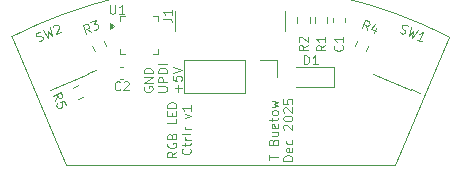
<source format=gbr>
%TF.GenerationSoftware,KiCad,Pcbnew,9.0.5*%
%TF.CreationDate,2025-12-07T22:15:23-05:00*%
%TF.ProjectId,Control_PCB,436f6e74-726f-46c5-9f50-43422e6b6963,rev?*%
%TF.SameCoordinates,Original*%
%TF.FileFunction,Legend,Top*%
%TF.FilePolarity,Positive*%
%FSLAX46Y46*%
G04 Gerber Fmt 4.6, Leading zero omitted, Abs format (unit mm)*
G04 Created by KiCad (PCBNEW 9.0.5) date 2025-12-07 22:15:23*
%MOMM*%
%LPD*%
G01*
G04 APERTURE LIST*
%ADD10C,0.095250*%
%ADD11C,0.120000*%
%TA.AperFunction,Profile*%
%ADD12C,0.100000*%
%TD*%
G04 APERTURE END LIST*
D10*
X142695071Y-67856764D02*
X142658785Y-67929336D01*
X142658785Y-67929336D02*
X142658785Y-68038193D01*
X142658785Y-68038193D02*
X142695071Y-68147050D01*
X142695071Y-68147050D02*
X142767642Y-68219621D01*
X142767642Y-68219621D02*
X142840214Y-68255907D01*
X142840214Y-68255907D02*
X142985357Y-68292193D01*
X142985357Y-68292193D02*
X143094214Y-68292193D01*
X143094214Y-68292193D02*
X143239357Y-68255907D01*
X143239357Y-68255907D02*
X143311928Y-68219621D01*
X143311928Y-68219621D02*
X143384500Y-68147050D01*
X143384500Y-68147050D02*
X143420785Y-68038193D01*
X143420785Y-68038193D02*
X143420785Y-67965621D01*
X143420785Y-67965621D02*
X143384500Y-67856764D01*
X143384500Y-67856764D02*
X143348214Y-67820478D01*
X143348214Y-67820478D02*
X143094214Y-67820478D01*
X143094214Y-67820478D02*
X143094214Y-67965621D01*
X143420785Y-67493907D02*
X142658785Y-67493907D01*
X142658785Y-67493907D02*
X143420785Y-67058478D01*
X143420785Y-67058478D02*
X142658785Y-67058478D01*
X143420785Y-66695621D02*
X142658785Y-66695621D01*
X142658785Y-66695621D02*
X142658785Y-66514192D01*
X142658785Y-66514192D02*
X142695071Y-66405335D01*
X142695071Y-66405335D02*
X142767642Y-66332764D01*
X142767642Y-66332764D02*
X142840214Y-66296478D01*
X142840214Y-66296478D02*
X142985357Y-66260192D01*
X142985357Y-66260192D02*
X143094214Y-66260192D01*
X143094214Y-66260192D02*
X143239357Y-66296478D01*
X143239357Y-66296478D02*
X143311928Y-66332764D01*
X143311928Y-66332764D02*
X143384500Y-66405335D01*
X143384500Y-66405335D02*
X143420785Y-66514192D01*
X143420785Y-66514192D02*
X143420785Y-66695621D01*
X143885562Y-68255907D02*
X144502419Y-68255907D01*
X144502419Y-68255907D02*
X144574991Y-68219621D01*
X144574991Y-68219621D02*
X144611277Y-68183336D01*
X144611277Y-68183336D02*
X144647562Y-68110764D01*
X144647562Y-68110764D02*
X144647562Y-67965621D01*
X144647562Y-67965621D02*
X144611277Y-67893050D01*
X144611277Y-67893050D02*
X144574991Y-67856764D01*
X144574991Y-67856764D02*
X144502419Y-67820478D01*
X144502419Y-67820478D02*
X143885562Y-67820478D01*
X144647562Y-67457621D02*
X143885562Y-67457621D01*
X143885562Y-67457621D02*
X143885562Y-67167335D01*
X143885562Y-67167335D02*
X143921848Y-67094764D01*
X143921848Y-67094764D02*
X143958134Y-67058478D01*
X143958134Y-67058478D02*
X144030705Y-67022192D01*
X144030705Y-67022192D02*
X144139562Y-67022192D01*
X144139562Y-67022192D02*
X144212134Y-67058478D01*
X144212134Y-67058478D02*
X144248419Y-67094764D01*
X144248419Y-67094764D02*
X144284705Y-67167335D01*
X144284705Y-67167335D02*
X144284705Y-67457621D01*
X144647562Y-66695621D02*
X143885562Y-66695621D01*
X143885562Y-66695621D02*
X143885562Y-66514192D01*
X143885562Y-66514192D02*
X143921848Y-66405335D01*
X143921848Y-66405335D02*
X143994419Y-66332764D01*
X143994419Y-66332764D02*
X144066991Y-66296478D01*
X144066991Y-66296478D02*
X144212134Y-66260192D01*
X144212134Y-66260192D02*
X144320991Y-66260192D01*
X144320991Y-66260192D02*
X144466134Y-66296478D01*
X144466134Y-66296478D02*
X144538705Y-66332764D01*
X144538705Y-66332764D02*
X144611277Y-66405335D01*
X144611277Y-66405335D02*
X144647562Y-66514192D01*
X144647562Y-66514192D02*
X144647562Y-66695621D01*
X144647562Y-65933621D02*
X143885562Y-65933621D01*
X145584054Y-68255907D02*
X145584054Y-67675336D01*
X145874339Y-67965621D02*
X145293768Y-67965621D01*
X145112339Y-66949621D02*
X145112339Y-67312478D01*
X145112339Y-67312478D02*
X145475196Y-67348764D01*
X145475196Y-67348764D02*
X145438911Y-67312478D01*
X145438911Y-67312478D02*
X145402625Y-67239907D01*
X145402625Y-67239907D02*
X145402625Y-67058478D01*
X145402625Y-67058478D02*
X145438911Y-66985907D01*
X145438911Y-66985907D02*
X145475196Y-66949621D01*
X145475196Y-66949621D02*
X145547768Y-66913335D01*
X145547768Y-66913335D02*
X145729196Y-66913335D01*
X145729196Y-66913335D02*
X145801768Y-66949621D01*
X145801768Y-66949621D02*
X145838054Y-66985907D01*
X145838054Y-66985907D02*
X145874339Y-67058478D01*
X145874339Y-67058478D02*
X145874339Y-67239907D01*
X145874339Y-67239907D02*
X145838054Y-67312478D01*
X145838054Y-67312478D02*
X145801768Y-67348764D01*
X145112339Y-66695621D02*
X145874339Y-66441621D01*
X145874339Y-66441621D02*
X145112339Y-66187621D01*
X145434174Y-73350570D02*
X145071317Y-73604570D01*
X145434174Y-73785999D02*
X144672174Y-73785999D01*
X144672174Y-73785999D02*
X144672174Y-73495713D01*
X144672174Y-73495713D02*
X144708460Y-73423142D01*
X144708460Y-73423142D02*
X144744746Y-73386856D01*
X144744746Y-73386856D02*
X144817317Y-73350570D01*
X144817317Y-73350570D02*
X144926174Y-73350570D01*
X144926174Y-73350570D02*
X144998746Y-73386856D01*
X144998746Y-73386856D02*
X145035031Y-73423142D01*
X145035031Y-73423142D02*
X145071317Y-73495713D01*
X145071317Y-73495713D02*
X145071317Y-73785999D01*
X144708460Y-72624856D02*
X144672174Y-72697428D01*
X144672174Y-72697428D02*
X144672174Y-72806285D01*
X144672174Y-72806285D02*
X144708460Y-72915142D01*
X144708460Y-72915142D02*
X144781031Y-72987713D01*
X144781031Y-72987713D02*
X144853603Y-73023999D01*
X144853603Y-73023999D02*
X144998746Y-73060285D01*
X144998746Y-73060285D02*
X145107603Y-73060285D01*
X145107603Y-73060285D02*
X145252746Y-73023999D01*
X145252746Y-73023999D02*
X145325317Y-72987713D01*
X145325317Y-72987713D02*
X145397889Y-72915142D01*
X145397889Y-72915142D02*
X145434174Y-72806285D01*
X145434174Y-72806285D02*
X145434174Y-72733713D01*
X145434174Y-72733713D02*
X145397889Y-72624856D01*
X145397889Y-72624856D02*
X145361603Y-72588570D01*
X145361603Y-72588570D02*
X145107603Y-72588570D01*
X145107603Y-72588570D02*
X145107603Y-72733713D01*
X145035031Y-72007999D02*
X145071317Y-71899142D01*
X145071317Y-71899142D02*
X145107603Y-71862856D01*
X145107603Y-71862856D02*
X145180174Y-71826570D01*
X145180174Y-71826570D02*
X145289031Y-71826570D01*
X145289031Y-71826570D02*
X145361603Y-71862856D01*
X145361603Y-71862856D02*
X145397889Y-71899142D01*
X145397889Y-71899142D02*
X145434174Y-71971713D01*
X145434174Y-71971713D02*
X145434174Y-72261999D01*
X145434174Y-72261999D02*
X144672174Y-72261999D01*
X144672174Y-72261999D02*
X144672174Y-72007999D01*
X144672174Y-72007999D02*
X144708460Y-71935428D01*
X144708460Y-71935428D02*
X144744746Y-71899142D01*
X144744746Y-71899142D02*
X144817317Y-71862856D01*
X144817317Y-71862856D02*
X144889889Y-71862856D01*
X144889889Y-71862856D02*
X144962460Y-71899142D01*
X144962460Y-71899142D02*
X144998746Y-71935428D01*
X144998746Y-71935428D02*
X145035031Y-72007999D01*
X145035031Y-72007999D02*
X145035031Y-72261999D01*
X145434174Y-70556571D02*
X145434174Y-70919428D01*
X145434174Y-70919428D02*
X144672174Y-70919428D01*
X145035031Y-70302571D02*
X145035031Y-70048571D01*
X145434174Y-69939714D02*
X145434174Y-70302571D01*
X145434174Y-70302571D02*
X144672174Y-70302571D01*
X144672174Y-70302571D02*
X144672174Y-69939714D01*
X145434174Y-69613142D02*
X144672174Y-69613142D01*
X144672174Y-69613142D02*
X144672174Y-69431713D01*
X144672174Y-69431713D02*
X144708460Y-69322856D01*
X144708460Y-69322856D02*
X144781031Y-69250285D01*
X144781031Y-69250285D02*
X144853603Y-69213999D01*
X144853603Y-69213999D02*
X144998746Y-69177713D01*
X144998746Y-69177713D02*
X145107603Y-69177713D01*
X145107603Y-69177713D02*
X145252746Y-69213999D01*
X145252746Y-69213999D02*
X145325317Y-69250285D01*
X145325317Y-69250285D02*
X145397889Y-69322856D01*
X145397889Y-69322856D02*
X145434174Y-69431713D01*
X145434174Y-69431713D02*
X145434174Y-69613142D01*
X146588380Y-73096570D02*
X146624666Y-73132856D01*
X146624666Y-73132856D02*
X146660951Y-73241713D01*
X146660951Y-73241713D02*
X146660951Y-73314285D01*
X146660951Y-73314285D02*
X146624666Y-73423142D01*
X146624666Y-73423142D02*
X146552094Y-73495713D01*
X146552094Y-73495713D02*
X146479523Y-73531999D01*
X146479523Y-73531999D02*
X146334380Y-73568285D01*
X146334380Y-73568285D02*
X146225523Y-73568285D01*
X146225523Y-73568285D02*
X146080380Y-73531999D01*
X146080380Y-73531999D02*
X146007808Y-73495713D01*
X146007808Y-73495713D02*
X145935237Y-73423142D01*
X145935237Y-73423142D02*
X145898951Y-73314285D01*
X145898951Y-73314285D02*
X145898951Y-73241713D01*
X145898951Y-73241713D02*
X145935237Y-73132856D01*
X145935237Y-73132856D02*
X145971523Y-73096570D01*
X146152951Y-72878856D02*
X146152951Y-72588570D01*
X145898951Y-72769999D02*
X146552094Y-72769999D01*
X146552094Y-72769999D02*
X146624666Y-72733713D01*
X146624666Y-72733713D02*
X146660951Y-72661142D01*
X146660951Y-72661142D02*
X146660951Y-72588570D01*
X146660951Y-72334570D02*
X146152951Y-72334570D01*
X146298094Y-72334570D02*
X146225523Y-72298284D01*
X146225523Y-72298284D02*
X146189237Y-72261999D01*
X146189237Y-72261999D02*
X146152951Y-72189427D01*
X146152951Y-72189427D02*
X146152951Y-72116856D01*
X146660951Y-71753999D02*
X146624666Y-71826570D01*
X146624666Y-71826570D02*
X146552094Y-71862856D01*
X146552094Y-71862856D02*
X145898951Y-71862856D01*
X146660951Y-71463713D02*
X146152951Y-71463713D01*
X146298094Y-71463713D02*
X146225523Y-71427427D01*
X146225523Y-71427427D02*
X146189237Y-71391142D01*
X146189237Y-71391142D02*
X146152951Y-71318570D01*
X146152951Y-71318570D02*
X146152951Y-71245999D01*
X146152951Y-70483999D02*
X146660951Y-70302571D01*
X146660951Y-70302571D02*
X146152951Y-70121142D01*
X146660951Y-69431714D02*
X146660951Y-69867143D01*
X146660951Y-69649428D02*
X145898951Y-69649428D01*
X145898951Y-69649428D02*
X146007808Y-69722000D01*
X146007808Y-69722000D02*
X146080380Y-69794571D01*
X146080380Y-69794571D02*
X146116666Y-69867143D01*
X153272174Y-74021857D02*
X153272174Y-73586429D01*
X154034174Y-73804143D02*
X153272174Y-73804143D01*
X153635031Y-72497858D02*
X153671317Y-72389001D01*
X153671317Y-72389001D02*
X153707603Y-72352715D01*
X153707603Y-72352715D02*
X153780174Y-72316429D01*
X153780174Y-72316429D02*
X153889031Y-72316429D01*
X153889031Y-72316429D02*
X153961603Y-72352715D01*
X153961603Y-72352715D02*
X153997889Y-72389001D01*
X153997889Y-72389001D02*
X154034174Y-72461572D01*
X154034174Y-72461572D02*
X154034174Y-72751858D01*
X154034174Y-72751858D02*
X153272174Y-72751858D01*
X153272174Y-72751858D02*
X153272174Y-72497858D01*
X153272174Y-72497858D02*
X153308460Y-72425287D01*
X153308460Y-72425287D02*
X153344746Y-72389001D01*
X153344746Y-72389001D02*
X153417317Y-72352715D01*
X153417317Y-72352715D02*
X153489889Y-72352715D01*
X153489889Y-72352715D02*
X153562460Y-72389001D01*
X153562460Y-72389001D02*
X153598746Y-72425287D01*
X153598746Y-72425287D02*
X153635031Y-72497858D01*
X153635031Y-72497858D02*
X153635031Y-72751858D01*
X153526174Y-71663287D02*
X154034174Y-71663287D01*
X153526174Y-71989858D02*
X153925317Y-71989858D01*
X153925317Y-71989858D02*
X153997889Y-71953572D01*
X153997889Y-71953572D02*
X154034174Y-71881001D01*
X154034174Y-71881001D02*
X154034174Y-71772144D01*
X154034174Y-71772144D02*
X153997889Y-71699572D01*
X153997889Y-71699572D02*
X153961603Y-71663287D01*
X153997889Y-71010143D02*
X154034174Y-71082715D01*
X154034174Y-71082715D02*
X154034174Y-71227858D01*
X154034174Y-71227858D02*
X153997889Y-71300429D01*
X153997889Y-71300429D02*
X153925317Y-71336715D01*
X153925317Y-71336715D02*
X153635031Y-71336715D01*
X153635031Y-71336715D02*
X153562460Y-71300429D01*
X153562460Y-71300429D02*
X153526174Y-71227858D01*
X153526174Y-71227858D02*
X153526174Y-71082715D01*
X153526174Y-71082715D02*
X153562460Y-71010143D01*
X153562460Y-71010143D02*
X153635031Y-70973858D01*
X153635031Y-70973858D02*
X153707603Y-70973858D01*
X153707603Y-70973858D02*
X153780174Y-71336715D01*
X153526174Y-70756143D02*
X153526174Y-70465857D01*
X153272174Y-70647286D02*
X153925317Y-70647286D01*
X153925317Y-70647286D02*
X153997889Y-70611000D01*
X153997889Y-70611000D02*
X154034174Y-70538429D01*
X154034174Y-70538429D02*
X154034174Y-70465857D01*
X154034174Y-70103000D02*
X153997889Y-70175571D01*
X153997889Y-70175571D02*
X153961603Y-70211857D01*
X153961603Y-70211857D02*
X153889031Y-70248143D01*
X153889031Y-70248143D02*
X153671317Y-70248143D01*
X153671317Y-70248143D02*
X153598746Y-70211857D01*
X153598746Y-70211857D02*
X153562460Y-70175571D01*
X153562460Y-70175571D02*
X153526174Y-70103000D01*
X153526174Y-70103000D02*
X153526174Y-69994143D01*
X153526174Y-69994143D02*
X153562460Y-69921571D01*
X153562460Y-69921571D02*
X153598746Y-69885286D01*
X153598746Y-69885286D02*
X153671317Y-69849000D01*
X153671317Y-69849000D02*
X153889031Y-69849000D01*
X153889031Y-69849000D02*
X153961603Y-69885286D01*
X153961603Y-69885286D02*
X153997889Y-69921571D01*
X153997889Y-69921571D02*
X154034174Y-69994143D01*
X154034174Y-69994143D02*
X154034174Y-70103000D01*
X153526174Y-69594999D02*
X154034174Y-69449857D01*
X154034174Y-69449857D02*
X153671317Y-69304714D01*
X153671317Y-69304714D02*
X154034174Y-69159571D01*
X154034174Y-69159571D02*
X153526174Y-69014428D01*
X155260951Y-74094427D02*
X154498951Y-74094427D01*
X154498951Y-74094427D02*
X154498951Y-73912998D01*
X154498951Y-73912998D02*
X154535237Y-73804141D01*
X154535237Y-73804141D02*
X154607808Y-73731570D01*
X154607808Y-73731570D02*
X154680380Y-73695284D01*
X154680380Y-73695284D02*
X154825523Y-73658998D01*
X154825523Y-73658998D02*
X154934380Y-73658998D01*
X154934380Y-73658998D02*
X155079523Y-73695284D01*
X155079523Y-73695284D02*
X155152094Y-73731570D01*
X155152094Y-73731570D02*
X155224666Y-73804141D01*
X155224666Y-73804141D02*
X155260951Y-73912998D01*
X155260951Y-73912998D02*
X155260951Y-74094427D01*
X155224666Y-73042141D02*
X155260951Y-73114713D01*
X155260951Y-73114713D02*
X155260951Y-73259856D01*
X155260951Y-73259856D02*
X155224666Y-73332427D01*
X155224666Y-73332427D02*
X155152094Y-73368713D01*
X155152094Y-73368713D02*
X154861808Y-73368713D01*
X154861808Y-73368713D02*
X154789237Y-73332427D01*
X154789237Y-73332427D02*
X154752951Y-73259856D01*
X154752951Y-73259856D02*
X154752951Y-73114713D01*
X154752951Y-73114713D02*
X154789237Y-73042141D01*
X154789237Y-73042141D02*
X154861808Y-73005856D01*
X154861808Y-73005856D02*
X154934380Y-73005856D01*
X154934380Y-73005856D02*
X155006951Y-73368713D01*
X155224666Y-72352713D02*
X155260951Y-72425284D01*
X155260951Y-72425284D02*
X155260951Y-72570427D01*
X155260951Y-72570427D02*
X155224666Y-72642998D01*
X155224666Y-72642998D02*
X155188380Y-72679284D01*
X155188380Y-72679284D02*
X155115808Y-72715570D01*
X155115808Y-72715570D02*
X154898094Y-72715570D01*
X154898094Y-72715570D02*
X154825523Y-72679284D01*
X154825523Y-72679284D02*
X154789237Y-72642998D01*
X154789237Y-72642998D02*
X154752951Y-72570427D01*
X154752951Y-72570427D02*
X154752951Y-72425284D01*
X154752951Y-72425284D02*
X154789237Y-72352713D01*
X154571523Y-71481856D02*
X154535237Y-71445570D01*
X154535237Y-71445570D02*
X154498951Y-71372999D01*
X154498951Y-71372999D02*
X154498951Y-71191570D01*
X154498951Y-71191570D02*
X154535237Y-71118999D01*
X154535237Y-71118999D02*
X154571523Y-71082713D01*
X154571523Y-71082713D02*
X154644094Y-71046427D01*
X154644094Y-71046427D02*
X154716666Y-71046427D01*
X154716666Y-71046427D02*
X154825523Y-71082713D01*
X154825523Y-71082713D02*
X155260951Y-71518141D01*
X155260951Y-71518141D02*
X155260951Y-71046427D01*
X154498951Y-70574713D02*
X154498951Y-70502142D01*
X154498951Y-70502142D02*
X154535237Y-70429570D01*
X154535237Y-70429570D02*
X154571523Y-70393285D01*
X154571523Y-70393285D02*
X154644094Y-70356999D01*
X154644094Y-70356999D02*
X154789237Y-70320713D01*
X154789237Y-70320713D02*
X154970666Y-70320713D01*
X154970666Y-70320713D02*
X155115808Y-70356999D01*
X155115808Y-70356999D02*
X155188380Y-70393285D01*
X155188380Y-70393285D02*
X155224666Y-70429570D01*
X155224666Y-70429570D02*
X155260951Y-70502142D01*
X155260951Y-70502142D02*
X155260951Y-70574713D01*
X155260951Y-70574713D02*
X155224666Y-70647285D01*
X155224666Y-70647285D02*
X155188380Y-70683570D01*
X155188380Y-70683570D02*
X155115808Y-70719856D01*
X155115808Y-70719856D02*
X154970666Y-70756142D01*
X154970666Y-70756142D02*
X154789237Y-70756142D01*
X154789237Y-70756142D02*
X154644094Y-70719856D01*
X154644094Y-70719856D02*
X154571523Y-70683570D01*
X154571523Y-70683570D02*
X154535237Y-70647285D01*
X154535237Y-70647285D02*
X154498951Y-70574713D01*
X154571523Y-70030428D02*
X154535237Y-69994142D01*
X154535237Y-69994142D02*
X154498951Y-69921571D01*
X154498951Y-69921571D02*
X154498951Y-69740142D01*
X154498951Y-69740142D02*
X154535237Y-69667571D01*
X154535237Y-69667571D02*
X154571523Y-69631285D01*
X154571523Y-69631285D02*
X154644094Y-69594999D01*
X154644094Y-69594999D02*
X154716666Y-69594999D01*
X154716666Y-69594999D02*
X154825523Y-69631285D01*
X154825523Y-69631285D02*
X155260951Y-70066713D01*
X155260951Y-70066713D02*
X155260951Y-69594999D01*
X154498951Y-68905571D02*
X154498951Y-69268428D01*
X154498951Y-69268428D02*
X154861808Y-69304714D01*
X154861808Y-69304714D02*
X154825523Y-69268428D01*
X154825523Y-69268428D02*
X154789237Y-69195857D01*
X154789237Y-69195857D02*
X154789237Y-69014428D01*
X154789237Y-69014428D02*
X154825523Y-68941857D01*
X154825523Y-68941857D02*
X154861808Y-68905571D01*
X154861808Y-68905571D02*
X154934380Y-68869285D01*
X154934380Y-68869285D02*
X155115808Y-68869285D01*
X155115808Y-68869285D02*
X155188380Y-68905571D01*
X155188380Y-68905571D02*
X155224666Y-68941857D01*
X155224666Y-68941857D02*
X155260951Y-69014428D01*
X155260951Y-69014428D02*
X155260951Y-69195857D01*
X155260951Y-69195857D02*
X155224666Y-69268428D01*
X155224666Y-69268428D02*
X155188380Y-69304714D01*
X164342690Y-63193959D02*
X164429032Y-63269535D01*
X164429032Y-63269535D02*
X164596332Y-63339728D01*
X164596332Y-63339728D02*
X164677290Y-63334345D01*
X164677290Y-63334345D02*
X164724789Y-63314923D01*
X164724789Y-63314923D02*
X164786326Y-63262041D01*
X164786326Y-63262041D02*
X164814403Y-63195121D01*
X164814403Y-63195121D02*
X164809020Y-63114163D01*
X164809020Y-63114163D02*
X164789599Y-63066664D01*
X164789599Y-63066664D02*
X164736717Y-63005127D01*
X164736717Y-63005127D02*
X164616915Y-62915513D01*
X164616915Y-62915513D02*
X164564034Y-62853976D01*
X164564034Y-62853976D02*
X164544612Y-62806478D01*
X164544612Y-62806478D02*
X164539229Y-62725519D01*
X164539229Y-62725519D02*
X164567306Y-62658599D01*
X164567306Y-62658599D02*
X164628843Y-62605717D01*
X164628843Y-62605717D02*
X164676342Y-62586296D01*
X164676342Y-62586296D02*
X164757300Y-62580913D01*
X164757300Y-62580913D02*
X164924601Y-62651105D01*
X164924601Y-62651105D02*
X165010942Y-62726681D01*
X165259201Y-62791490D02*
X165131692Y-63564344D01*
X165131692Y-63564344D02*
X165476110Y-63118597D01*
X165476110Y-63118597D02*
X165399372Y-63676652D01*
X165399372Y-63676652D02*
X165861481Y-63044184D01*
X166202413Y-64013576D02*
X165800892Y-63845114D01*
X166001653Y-63929345D02*
X166296461Y-63226684D01*
X166296461Y-63226684D02*
X166187426Y-63298987D01*
X166187426Y-63298987D02*
X166092429Y-63337830D01*
X166092429Y-63337830D02*
X166011470Y-63343213D01*
X139819428Y-60885562D02*
X139819428Y-61502419D01*
X139819428Y-61502419D02*
X139855714Y-61574991D01*
X139855714Y-61574991D02*
X139892000Y-61611277D01*
X139892000Y-61611277D02*
X139964571Y-61647562D01*
X139964571Y-61647562D02*
X140109714Y-61647562D01*
X140109714Y-61647562D02*
X140182285Y-61611277D01*
X140182285Y-61611277D02*
X140218571Y-61574991D01*
X140218571Y-61574991D02*
X140254857Y-61502419D01*
X140254857Y-61502419D02*
X140254857Y-60885562D01*
X141016857Y-61647562D02*
X140581428Y-61647562D01*
X140799143Y-61647562D02*
X140799143Y-60885562D01*
X140799143Y-60885562D02*
X140726571Y-60994419D01*
X140726571Y-60994419D02*
X140654000Y-61066991D01*
X140654000Y-61066991D02*
X140581428Y-61103277D01*
X156237571Y-65947562D02*
X156237571Y-65185562D01*
X156237571Y-65185562D02*
X156419000Y-65185562D01*
X156419000Y-65185562D02*
X156527857Y-65221848D01*
X156527857Y-65221848D02*
X156600428Y-65294419D01*
X156600428Y-65294419D02*
X156636714Y-65366991D01*
X156636714Y-65366991D02*
X156673000Y-65512134D01*
X156673000Y-65512134D02*
X156673000Y-65620991D01*
X156673000Y-65620991D02*
X156636714Y-65766134D01*
X156636714Y-65766134D02*
X156600428Y-65838705D01*
X156600428Y-65838705D02*
X156527857Y-65911277D01*
X156527857Y-65911277D02*
X156419000Y-65947562D01*
X156419000Y-65947562D02*
X156237571Y-65947562D01*
X157398714Y-65947562D02*
X156963285Y-65947562D01*
X157181000Y-65947562D02*
X157181000Y-65185562D01*
X157181000Y-65185562D02*
X157108428Y-65294419D01*
X157108428Y-65294419D02*
X157035857Y-65366991D01*
X157035857Y-65366991D02*
X156963285Y-65403277D01*
X144285562Y-62078999D02*
X144829848Y-62078999D01*
X144829848Y-62078999D02*
X144938705Y-62115284D01*
X144938705Y-62115284D02*
X145011277Y-62187856D01*
X145011277Y-62187856D02*
X145047562Y-62296713D01*
X145047562Y-62296713D02*
X145047562Y-62369284D01*
X145047562Y-61316999D02*
X145047562Y-61752428D01*
X145047562Y-61534713D02*
X144285562Y-61534713D01*
X144285562Y-61534713D02*
X144394419Y-61607285D01*
X144394419Y-61607285D02*
X144466991Y-61679856D01*
X144466991Y-61679856D02*
X144503277Y-61752428D01*
X158047562Y-64326999D02*
X157684705Y-64580999D01*
X158047562Y-64762428D02*
X157285562Y-64762428D01*
X157285562Y-64762428D02*
X157285562Y-64472142D01*
X157285562Y-64472142D02*
X157321848Y-64399571D01*
X157321848Y-64399571D02*
X157358134Y-64363285D01*
X157358134Y-64363285D02*
X157430705Y-64326999D01*
X157430705Y-64326999D02*
X157539562Y-64326999D01*
X157539562Y-64326999D02*
X157612134Y-64363285D01*
X157612134Y-64363285D02*
X157648419Y-64399571D01*
X157648419Y-64399571D02*
X157684705Y-64472142D01*
X157684705Y-64472142D02*
X157684705Y-64762428D01*
X158047562Y-63601285D02*
X158047562Y-64036714D01*
X158047562Y-63818999D02*
X157285562Y-63818999D01*
X157285562Y-63818999D02*
X157394419Y-63891571D01*
X157394419Y-63891571D02*
X157466991Y-63964142D01*
X157466991Y-63964142D02*
X157503277Y-64036714D01*
X133783549Y-63980115D02*
X133897967Y-63971460D01*
X133897967Y-63971460D02*
X134065268Y-63901267D01*
X134065268Y-63901267D02*
X134118149Y-63839730D01*
X134118149Y-63839730D02*
X134137571Y-63792232D01*
X134137571Y-63792232D02*
X134142954Y-63711273D01*
X134142954Y-63711273D02*
X134114877Y-63644353D01*
X134114877Y-63644353D02*
X134053340Y-63591471D01*
X134053340Y-63591471D02*
X134005841Y-63572050D01*
X134005841Y-63572050D02*
X133924883Y-63566667D01*
X133924883Y-63566667D02*
X133777004Y-63589361D01*
X133777004Y-63589361D02*
X133696045Y-63583978D01*
X133696045Y-63583978D02*
X133648547Y-63564556D01*
X133648547Y-63564556D02*
X133587010Y-63511675D01*
X133587010Y-63511675D02*
X133558933Y-63444755D01*
X133558933Y-63444755D02*
X133564316Y-63363796D01*
X133564316Y-63363796D02*
X133583737Y-63316298D01*
X133583737Y-63316298D02*
X133636619Y-63254761D01*
X133636619Y-63254761D02*
X133803919Y-63184568D01*
X133803919Y-63184568D02*
X133918338Y-63175913D01*
X134138519Y-63044183D02*
X134600628Y-63676651D01*
X134600628Y-63676651D02*
X134523890Y-63118597D01*
X134523890Y-63118597D02*
X134868308Y-63564343D01*
X134868308Y-63564343D02*
X134740799Y-62791490D01*
X135003097Y-62760141D02*
X135022518Y-62712642D01*
X135022518Y-62712642D02*
X135075400Y-62651105D01*
X135075400Y-62651105D02*
X135242700Y-62580912D01*
X135242700Y-62580912D02*
X135323658Y-62586295D01*
X135323658Y-62586295D02*
X135371157Y-62605717D01*
X135371157Y-62605717D02*
X135432694Y-62658599D01*
X135432694Y-62658599D02*
X135460771Y-62725519D01*
X135460771Y-62725519D02*
X135469426Y-62839937D01*
X135469426Y-62839937D02*
X135236368Y-63409920D01*
X135236368Y-63409920D02*
X135671348Y-63227419D01*
X135130368Y-69017357D02*
X135366699Y-68642752D01*
X134961906Y-68615837D02*
X135664566Y-68321028D01*
X135664566Y-68321028D02*
X135776874Y-68588709D01*
X135776874Y-68588709D02*
X135771491Y-68669667D01*
X135771491Y-68669667D02*
X135752070Y-68717166D01*
X135752070Y-68717166D02*
X135699188Y-68778703D01*
X135699188Y-68778703D02*
X135598808Y-68820818D01*
X135598808Y-68820818D02*
X135517850Y-68815435D01*
X135517850Y-68815435D02*
X135470351Y-68796014D01*
X135470351Y-68796014D02*
X135408814Y-68743132D01*
X135408814Y-68743132D02*
X135296506Y-68475452D01*
X136099760Y-69358289D02*
X135959375Y-69023689D01*
X135959375Y-69023689D02*
X135610736Y-69130614D01*
X135610736Y-69130614D02*
X135658235Y-69150036D01*
X135658235Y-69150036D02*
X135719772Y-69202917D01*
X135719772Y-69202917D02*
X135789964Y-69370217D01*
X135789964Y-69370217D02*
X135784581Y-69451176D01*
X135784581Y-69451176D02*
X135765160Y-69498674D01*
X135765160Y-69498674D02*
X135712278Y-69560211D01*
X135712278Y-69560211D02*
X135544978Y-69630404D01*
X135544978Y-69630404D02*
X135464020Y-69625021D01*
X135464020Y-69625021D02*
X135416521Y-69605599D01*
X135416521Y-69605599D02*
X135354984Y-69552718D01*
X135354984Y-69552718D02*
X135284791Y-69385418D01*
X135284791Y-69385418D02*
X135290175Y-69304459D01*
X135290175Y-69304459D02*
X135309596Y-69256961D01*
X138217357Y-63169631D02*
X137842752Y-62933300D01*
X137815837Y-63338093D02*
X137521028Y-62635433D01*
X137521028Y-62635433D02*
X137788709Y-62523125D01*
X137788709Y-62523125D02*
X137869667Y-62528508D01*
X137869667Y-62528508D02*
X137917166Y-62547929D01*
X137917166Y-62547929D02*
X137978703Y-62600811D01*
X137978703Y-62600811D02*
X138020818Y-62701191D01*
X138020818Y-62701191D02*
X138015435Y-62782149D01*
X138015435Y-62782149D02*
X137996014Y-62829648D01*
X137996014Y-62829648D02*
X137943132Y-62891185D01*
X137943132Y-62891185D02*
X137675452Y-63003493D01*
X138156769Y-62368701D02*
X138591749Y-62186200D01*
X138591749Y-62186200D02*
X138469837Y-62552150D01*
X138469837Y-62552150D02*
X138570217Y-62510035D01*
X138570217Y-62510035D02*
X138651176Y-62515418D01*
X138651176Y-62515418D02*
X138698674Y-62534839D01*
X138698674Y-62534839D02*
X138760211Y-62587721D01*
X138760211Y-62587721D02*
X138830404Y-62755021D01*
X138830404Y-62755021D02*
X138825021Y-62835979D01*
X138825021Y-62835979D02*
X138805599Y-62883478D01*
X138805599Y-62883478D02*
X138752718Y-62945015D01*
X138752718Y-62945015D02*
X138551958Y-63029246D01*
X138551958Y-63029246D02*
X138470999Y-63023863D01*
X138470999Y-63023863D02*
X138423501Y-63004441D01*
X161548422Y-63071362D02*
X161454587Y-62638492D01*
X161146901Y-62902900D02*
X161441710Y-62200239D01*
X161441710Y-62200239D02*
X161709390Y-62312547D01*
X161709390Y-62312547D02*
X161762272Y-62374084D01*
X161762272Y-62374084D02*
X161781693Y-62421583D01*
X161781693Y-62421583D02*
X161787076Y-62502541D01*
X161787076Y-62502541D02*
X161744961Y-62602921D01*
X161744961Y-62602921D02*
X161683424Y-62655803D01*
X161683424Y-62655803D02*
X161635925Y-62675224D01*
X161635925Y-62675224D02*
X161554967Y-62680607D01*
X161554967Y-62680607D02*
X161287286Y-62568299D01*
X162347241Y-62855614D02*
X162150702Y-63324055D01*
X162292249Y-62517742D02*
X161914371Y-62949450D01*
X161914371Y-62949450D02*
X162349352Y-63131950D01*
X156547562Y-64326999D02*
X156184705Y-64580999D01*
X156547562Y-64762428D02*
X155785562Y-64762428D01*
X155785562Y-64762428D02*
X155785562Y-64472142D01*
X155785562Y-64472142D02*
X155821848Y-64399571D01*
X155821848Y-64399571D02*
X155858134Y-64363285D01*
X155858134Y-64363285D02*
X155930705Y-64326999D01*
X155930705Y-64326999D02*
X156039562Y-64326999D01*
X156039562Y-64326999D02*
X156112134Y-64363285D01*
X156112134Y-64363285D02*
X156148419Y-64399571D01*
X156148419Y-64399571D02*
X156184705Y-64472142D01*
X156184705Y-64472142D02*
X156184705Y-64762428D01*
X155858134Y-64036714D02*
X155821848Y-64000428D01*
X155821848Y-64000428D02*
X155785562Y-63927857D01*
X155785562Y-63927857D02*
X155785562Y-63746428D01*
X155785562Y-63746428D02*
X155821848Y-63673857D01*
X155821848Y-63673857D02*
X155858134Y-63637571D01*
X155858134Y-63637571D02*
X155930705Y-63601285D01*
X155930705Y-63601285D02*
X156003277Y-63601285D01*
X156003277Y-63601285D02*
X156112134Y-63637571D01*
X156112134Y-63637571D02*
X156547562Y-64072999D01*
X156547562Y-64072999D02*
X156547562Y-63601285D01*
X140673000Y-68074991D02*
X140636714Y-68111277D01*
X140636714Y-68111277D02*
X140527857Y-68147562D01*
X140527857Y-68147562D02*
X140455285Y-68147562D01*
X140455285Y-68147562D02*
X140346428Y-68111277D01*
X140346428Y-68111277D02*
X140273857Y-68038705D01*
X140273857Y-68038705D02*
X140237571Y-67966134D01*
X140237571Y-67966134D02*
X140201285Y-67820991D01*
X140201285Y-67820991D02*
X140201285Y-67712134D01*
X140201285Y-67712134D02*
X140237571Y-67566991D01*
X140237571Y-67566991D02*
X140273857Y-67494419D01*
X140273857Y-67494419D02*
X140346428Y-67421848D01*
X140346428Y-67421848D02*
X140455285Y-67385562D01*
X140455285Y-67385562D02*
X140527857Y-67385562D01*
X140527857Y-67385562D02*
X140636714Y-67421848D01*
X140636714Y-67421848D02*
X140673000Y-67458134D01*
X140963285Y-67458134D02*
X140999571Y-67421848D01*
X140999571Y-67421848D02*
X141072143Y-67385562D01*
X141072143Y-67385562D02*
X141253571Y-67385562D01*
X141253571Y-67385562D02*
X141326143Y-67421848D01*
X141326143Y-67421848D02*
X141362428Y-67458134D01*
X141362428Y-67458134D02*
X141398714Y-67530705D01*
X141398714Y-67530705D02*
X141398714Y-67603277D01*
X141398714Y-67603277D02*
X141362428Y-67712134D01*
X141362428Y-67712134D02*
X140927000Y-68147562D01*
X140927000Y-68147562D02*
X141398714Y-68147562D01*
X159474991Y-64326999D02*
X159511277Y-64363285D01*
X159511277Y-64363285D02*
X159547562Y-64472142D01*
X159547562Y-64472142D02*
X159547562Y-64544714D01*
X159547562Y-64544714D02*
X159511277Y-64653571D01*
X159511277Y-64653571D02*
X159438705Y-64726142D01*
X159438705Y-64726142D02*
X159366134Y-64762428D01*
X159366134Y-64762428D02*
X159220991Y-64798714D01*
X159220991Y-64798714D02*
X159112134Y-64798714D01*
X159112134Y-64798714D02*
X158966991Y-64762428D01*
X158966991Y-64762428D02*
X158894419Y-64726142D01*
X158894419Y-64726142D02*
X158821848Y-64653571D01*
X158821848Y-64653571D02*
X158785562Y-64544714D01*
X158785562Y-64544714D02*
X158785562Y-64472142D01*
X158785562Y-64472142D02*
X158821848Y-64363285D01*
X158821848Y-64363285D02*
X158858134Y-64326999D01*
X159547562Y-63601285D02*
X159547562Y-64036714D01*
X159547562Y-63818999D02*
X158785562Y-63818999D01*
X158785562Y-63818999D02*
X158894419Y-63891571D01*
X158894419Y-63891571D02*
X158966991Y-63964142D01*
X158966991Y-63964142D02*
X159003277Y-64036714D01*
D11*
%TO.C,SW1*%
X165281096Y-68101565D02*
X162053652Y-66747458D01*
X165281096Y-68101565D02*
X165296571Y-68064681D01*
X166034272Y-68374192D02*
X165296571Y-68064681D01*
%TO.C,U1*%
X140665000Y-61865000D02*
X141115000Y-61865000D01*
X140665000Y-62315000D02*
X140665000Y-61865000D01*
X140665000Y-65085000D02*
X140665000Y-64635000D01*
X141115000Y-65085000D02*
X140665000Y-65085000D01*
X143435000Y-61865000D02*
X143885000Y-61865000D01*
X143885000Y-61865000D02*
X143885000Y-62315000D01*
X143885000Y-64635000D02*
X143885000Y-65085000D01*
X143885000Y-65085000D02*
X143435000Y-65085000D01*
X140155000Y-62675000D02*
X139825000Y-62915000D01*
X139825000Y-62435000D01*
X140155000Y-62675000D01*
G36*
X140155000Y-62675000D02*
G01*
X139825000Y-62915000D01*
X139825000Y-62435000D01*
X140155000Y-62675000D01*
G37*
%TO.C,D1*%
X158810000Y-66150000D02*
X155550000Y-66150000D01*
X158810000Y-67850000D02*
X155550000Y-67850000D01*
X158810000Y-67850000D02*
X158810000Y-66150000D01*
%TO.C,J1*%
X145330000Y-61450000D02*
X145330000Y-63150000D01*
X154670000Y-61450000D02*
X154670000Y-63150000D01*
%TO.C,R1*%
X157177500Y-62437258D02*
X157177500Y-61962742D01*
X158222500Y-62437258D02*
X158222500Y-61962742D01*
%TO.C,SW2*%
X137946348Y-66747458D02*
X134718905Y-68101566D01*
X137946348Y-66747458D02*
X137930873Y-66710573D01*
X138668574Y-66401063D02*
X137930873Y-66710573D01*
%TO.C,R5*%
X137116633Y-67726397D02*
X136679069Y-67909981D01*
X137520931Y-68690019D02*
X137083367Y-68873603D01*
%TO.C,R3*%
X138509981Y-64820931D02*
X138326397Y-64383367D01*
X139473603Y-64416633D02*
X139290019Y-63979069D01*
%TO.C,R4*%
X160526397Y-64416633D02*
X160709981Y-63979069D01*
X161490019Y-64820931D02*
X161673603Y-64383367D01*
%TO.C,R2*%
X155677500Y-62437258D02*
X155677500Y-61962742D01*
X156722500Y-62437258D02*
X156722500Y-61962742D01*
%TO.C,J3*%
X146080000Y-65620000D02*
X146080000Y-68380000D01*
X151270000Y-65620000D02*
X146080000Y-65620000D01*
X151270000Y-65620000D02*
X151270000Y-68380000D01*
X151270000Y-68380000D02*
X146080000Y-68380000D01*
X152540000Y-65620000D02*
X153920000Y-65620000D01*
X153920000Y-65620000D02*
X153920000Y-67000000D01*
%TO.C,C2*%
X140940580Y-66190000D02*
X140659420Y-66190000D01*
X140940580Y-67210000D02*
X140659420Y-67210000D01*
%TO.C,C1*%
X158690000Y-62340580D02*
X158690000Y-62059420D01*
X159710000Y-62340580D02*
X159710000Y-62059420D01*
%TD*%
D12*
X136047870Y-74500002D02*
X163952131Y-74500000D01*
X163952130Y-74500000D02*
X168518935Y-63615255D01*
X131481065Y-63615255D02*
G75*
G02*
X168518935Y-63615255I18518935J-36384742D01*
G01*
X131481065Y-63615255D02*
X136047870Y-74500000D01*
M02*

</source>
